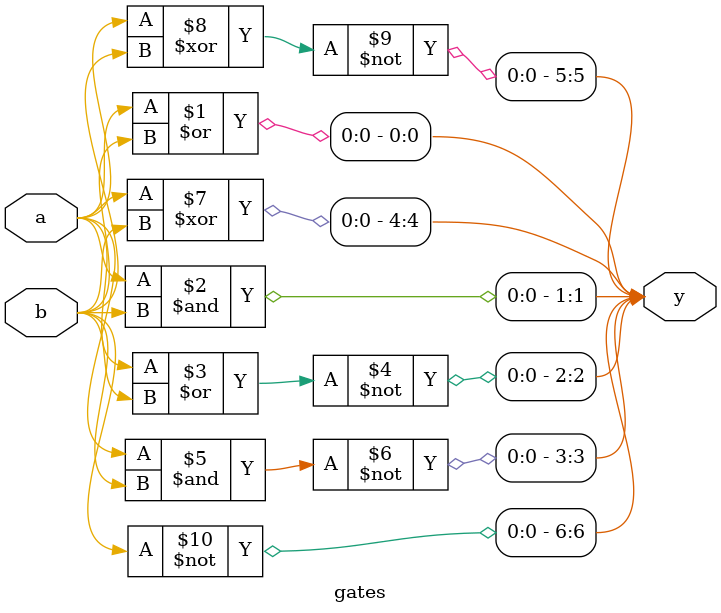
<source format=sv>
module gates(a,b,y);
  input a,b;
  output reg [7:0] y;
  
  or o1 (y[0],a,b);
  and a1 (y[1],a,b);
  nor no1 (y[2],a,b);
  nand na1 (y[3],a,b);
  xor xo1 (y[4],a,b);
  xnor xno1 (y[5],a,b);
  not not1 (y[6],b);
  
endmodule
  


</source>
